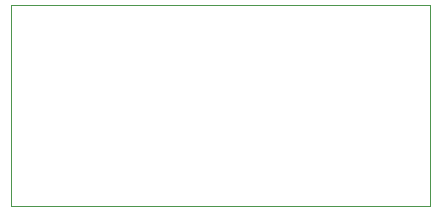
<source format=gbr>
G04 #@! TF.GenerationSoftware,KiCad,Pcbnew,5.1.4+dfsg1-1*
G04 #@! TF.CreationDate,2019-09-19T10:38:50+12:00*
G04 #@! TF.ProjectId,lna,6c6e612e-6b69-4636-9164-5f7063625858,rev?*
G04 #@! TF.SameCoordinates,Original*
G04 #@! TF.FileFunction,Profile,NP*
%FSLAX46Y46*%
G04 Gerber Fmt 4.6, Leading zero omitted, Abs format (unit mm)*
G04 Created by KiCad (PCBNEW 5.1.4+dfsg1-1) date 2019-09-19 10:38:50*
%MOMM*%
%LPD*%
G04 APERTURE LIST*
%ADD10C,0.050000*%
G04 APERTURE END LIST*
D10*
X162000000Y-117000000D02*
X162000000Y-100000000D01*
X197500000Y-117000000D02*
X162000000Y-117000000D01*
X197500000Y-100000000D02*
X197500000Y-117000000D01*
X162000000Y-100000000D02*
X197500000Y-100000000D01*
M02*

</source>
